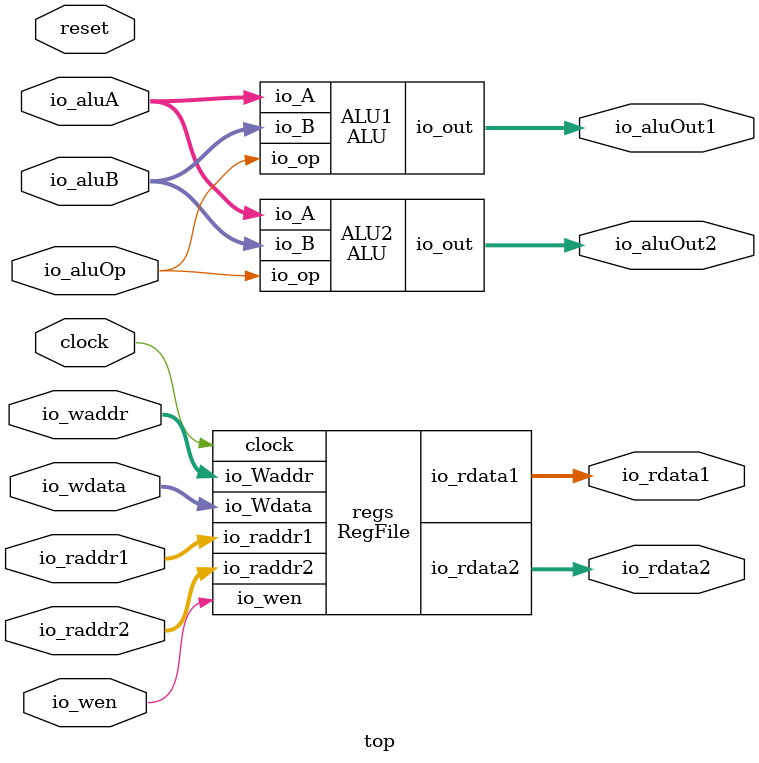
<source format=sv>
`ifndef RANDOMIZE
  `ifdef RANDOMIZE_MEM_INIT
    `define RANDOMIZE
  `endif // RANDOMIZE_MEM_INIT
`endif // not def RANDOMIZE

`ifndef RANDOM
  `define RANDOM $random
`endif // not def RANDOM

// Users can define INIT_RANDOM as general code that gets injected into the
// initializer block for modules with registers.
`ifndef INIT_RANDOM
  `define INIT_RANDOM
`endif // not def INIT_RANDOM

// If using random initialization, you can also define RANDOMIZE_DELAY to
// customize the delay used, otherwise 0.002 is used.
`ifndef RANDOMIZE_DELAY
  `define RANDOMIZE_DELAY 0.002
`endif // not def RANDOMIZE_DELAY

// Define INIT_RANDOM_PROLOG_ for use in our modules below.
`ifndef INIT_RANDOM_PROLOG_
  `ifdef RANDOMIZE
    `ifdef VERILATOR
      `define INIT_RANDOM_PROLOG_ `INIT_RANDOM
    `else  // VERILATOR
      `define INIT_RANDOM_PROLOG_ `INIT_RANDOM #`RANDOMIZE_DELAY begin end
    `endif // VERILATOR
  `else  // RANDOMIZE
    `define INIT_RANDOM_PROLOG_
  `endif // RANDOMIZE
`endif // not def INIT_RANDOM_PROLOG_

// Include register initializers in init blocks unless synthesis is set
`ifndef SYNTHESIS
  `ifndef ENABLE_INITIAL_REG_
    `define ENABLE_INITIAL_REG_
  `endif // not def ENABLE_INITIAL_REG_
`endif // not def SYNTHESIS

// Include rmemory initializers in init blocks unless synthesis is set
`ifndef SYNTHESIS
  `ifndef ENABLE_INITIAL_MEM_
    `define ENABLE_INITIAL_MEM_
  `endif // not def ENABLE_INITIAL_MEM_
`endif // not def SYNTHESIS

// VCS coverage exclude_file
module regs_32x32(	// @[src/main/RegFile.scala:18:19]
  input  [4:0]  R0_addr,
  input         R0_en,
                R0_clk,
  output [31:0] R0_data,
  input  [4:0]  R1_addr,
  input         R1_en,
                R1_clk,
  output [31:0] R1_data,
  input  [4:0]  W0_addr,
  input         W0_en,
                W0_clk,
  input  [31:0] W0_data
);

  reg [31:0] Memory[0:31];	// @[src/main/RegFile.scala:18:19]
  always @(posedge W0_clk) begin	// @[src/main/RegFile.scala:18:19]
    if (W0_en & 1'h1)	// @[src/main/RegFile.scala:18:19]
      Memory[W0_addr] <= W0_data;	// @[src/main/RegFile.scala:18:19]
  end // always @(posedge)
  `ifdef ENABLE_INITIAL_MEM_	// @[src/main/RegFile.scala:18:19]
    reg [31:0] _RANDOM_MEM;	// @[src/main/RegFile.scala:18:19]
    initial begin	// @[src/main/RegFile.scala:18:19]
      `INIT_RANDOM_PROLOG_	// @[src/main/RegFile.scala:18:19]
      `ifdef RANDOMIZE_MEM_INIT	// @[src/main/RegFile.scala:18:19]
        for (logic [5:0] i = 6'h0; i < 6'h20; i += 6'h1) begin
          _RANDOM_MEM = `RANDOM;	// @[src/main/RegFile.scala:18:19]
          Memory[i[4:0]] = _RANDOM_MEM;	// @[src/main/RegFile.scala:18:19]
        end	// @[src/main/RegFile.scala:18:19]
      `endif // RANDOMIZE_MEM_INIT
    end // initial
  `endif // ENABLE_INITIAL_MEM_
  assign R0_data = R0_en ? Memory[R0_addr] : 32'bx;	// @[src/main/RegFile.scala:18:19]
  assign R1_data = R1_en ? Memory[R1_addr] : 32'bx;	// @[src/main/RegFile.scala:18:19]
endmodule

module RegFile(	// @[src/main/RegFile.scala:16:7]
  input         clock,	// @[src/main/RegFile.scala:16:7]
  input  [4:0]  io_raddr1,	// @[src/main/RegFile.scala:17:16]
                io_raddr2,	// @[src/main/RegFile.scala:17:16]
  output [31:0] io_rdata1,	// @[src/main/RegFile.scala:17:16]
                io_rdata2,	// @[src/main/RegFile.scala:17:16]
  input         io_wen,	// @[src/main/RegFile.scala:17:16]
  input  [4:0]  io_Waddr,	// @[src/main/RegFile.scala:17:16]
  input  [31:0] io_Wdata	// @[src/main/RegFile.scala:17:16]
);

  regs_32x32 regs_ext (	// @[src/main/RegFile.scala:18:19]
    .R0_addr (io_raddr2),
    .R0_en   (1'h1),	// @[src/main/RegFile.scala:16:7]
    .R0_clk  (clock),
    .R0_data (io_rdata2),
    .R1_addr (io_raddr1),
    .R1_en   (1'h1),	// @[src/main/RegFile.scala:16:7]
    .R1_clk  (clock),
    .R1_data (io_rdata1),
    .W0_addr (io_Waddr),
    .W0_en   (io_wen & (|io_Waddr)),	// @[src/main/RegFile.scala:21:{17,29}]
    .W0_clk  (clock),
    .W0_data (io_Wdata)
  );
endmodule

module ALU(	// @[src/main/ALU.scala:17:7]
  input  [31:0] io_A,	// @[src/main/ALU.scala:18:14]
                io_B,	// @[src/main/ALU.scala:18:14]
  input         io_op,	// @[src/main/ALU.scala:18:14]
  output [31:0] io_out	// @[src/main/ALU.scala:18:14]
);

  assign io_out = io_op ? io_A + io_B : 32'h0;	// @[src/main/ALU.scala:17:7, :19:{16,37}]
endmodule

module top(	// @[src/main/top.scala:4:7]
  input         clock,	// @[src/main/top.scala:4:7]
                reset,	// @[src/main/top.scala:4:7]
  input  [4:0]  io_raddr1,	// @[src/main/top.scala:5:14]
                io_raddr2,	// @[src/main/top.scala:5:14]
  output [31:0] io_rdata1,	// @[src/main/top.scala:5:14]
                io_rdata2,	// @[src/main/top.scala:5:14]
  input         io_wen,	// @[src/main/top.scala:5:14]
  input  [4:0]  io_waddr,	// @[src/main/top.scala:5:14]
  input  [31:0] io_wdata,	// @[src/main/top.scala:5:14]
                io_aluA,	// @[src/main/top.scala:5:14]
                io_aluB,	// @[src/main/top.scala:5:14]
  input         io_aluOp,	// @[src/main/top.scala:5:14]
  output [31:0] io_aluOut1,	// @[src/main/top.scala:5:14]
                io_aluOut2	// @[src/main/top.scala:5:14]
);

  RegFile regs (	// @[src/main/top.scala:21:20]
    .clock     (clock),
    .io_raddr1 (io_raddr1),
    .io_raddr2 (io_raddr2),
    .io_rdata1 (io_rdata1),
    .io_rdata2 (io_rdata2),
    .io_wen    (io_wen),
    .io_Waddr  (io_waddr),
    .io_Wdata  (io_wdata)
  );
  ALU ALU1 (	// @[src/main/top.scala:22:20]
    .io_A   (io_aluA),
    .io_B   (io_aluB),
    .io_op  (io_aluOp),
    .io_out (io_aluOut1)
  );
  ALU ALU2 (	// @[src/main/top.scala:23:20]
    .io_A   (io_aluA),
    .io_B   (io_aluB),
    .io_op  (io_aluOp),
    .io_out (io_aluOut2)
  );
endmodule


</source>
